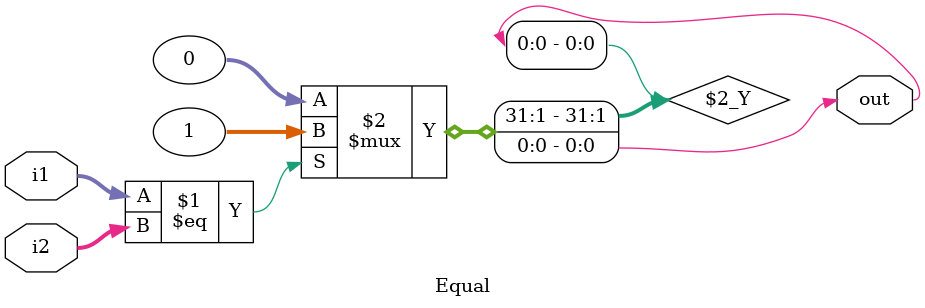
<source format=v>
module Equal (
    i1,
    i2,
    out
);

input [31:0] i1, i2;
output out;

assign out = (i1 == i2) ? 1:0;

endmodule
</source>
